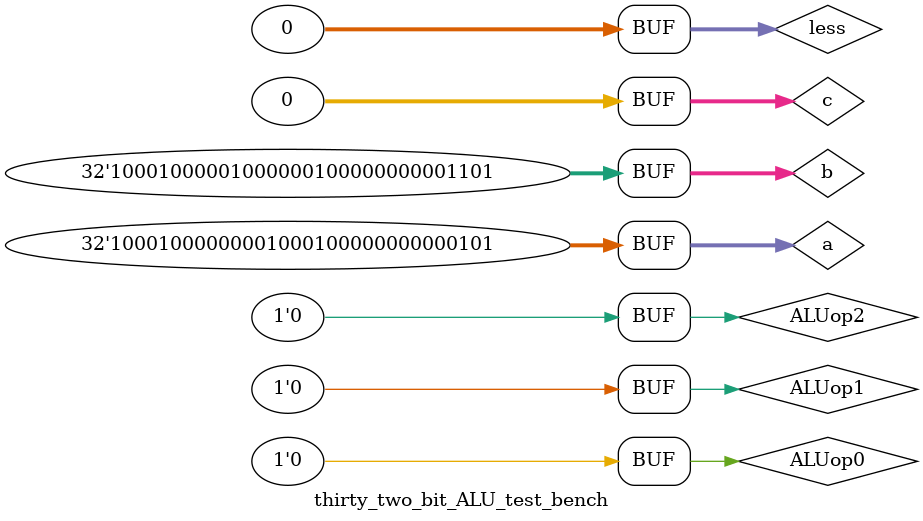
<source format=v>
`define DELAY 20
module thirty_two_bit_ALU_test_bench();
reg [31:0] b;  
reg  ALUop2;
reg [31:0] a;
reg [31:0] less;
reg [31:0] c;
reg  ALUop0;
reg  ALUop1;
wire [31:0] carryout; 
wire [31:0] result;
  
 thirty_two_bit   thirty_two_bit_ALU_test(result,carryout,a, b,c,ALUop2,less,ALUop0,ALUop1);

initial begin

a =      32'b10001000000001000100000000000101;
b =      32'b10001000001000000100000000001101;
less =   32'b00000000000000000000000000000000;
c =      32'b00000000000000000000000000000000;
ALUop2 = 0;
ALUop0 = 0;
ALUop1 = 0;

#`DELAY;





end
initial
begin
$monitor(" S0 = %1b \n S1 = %1b \n      a = %32b \n      b = %32b \n result = %32b \n carry out = %32b\n",ALUop0 ,ALUop1 ,a ,b ,result,carryout);
end
 
endmodule
</source>
